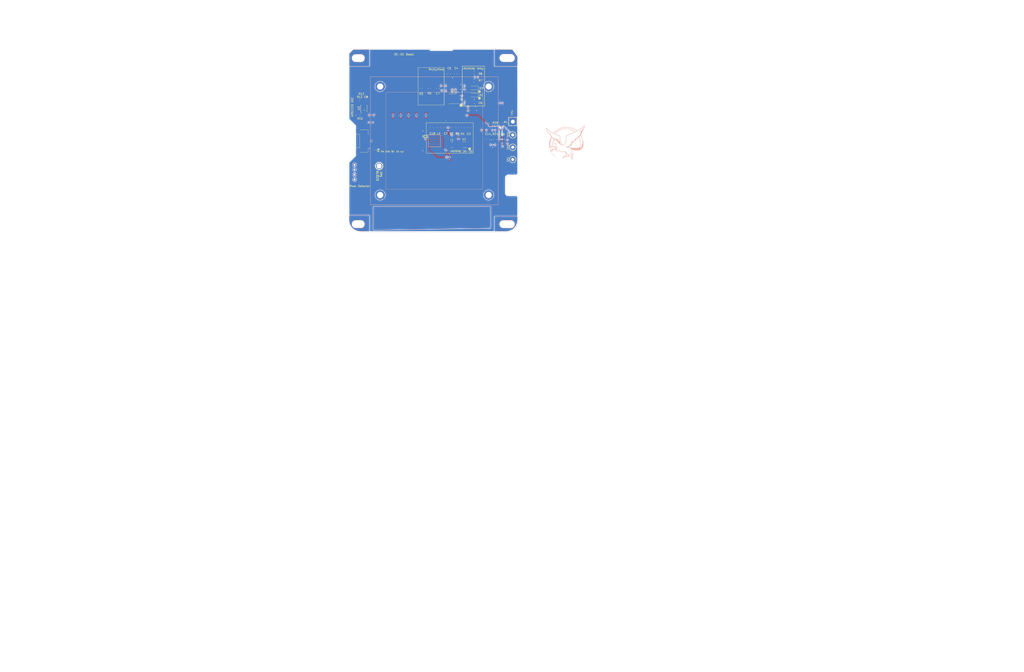
<source format=kicad_pcb>
(kicad_pcb (version 20221018) (generator pcbnew)
  (title_block (title "Cosmic Watch") (date "2022-08-20") (rev "6.1") (company "Bronco Space CubeSat Laboratory") (comment 1 "Inputted components and completed tracing") (comment 2 "Adjustments made to include missing connections") (comment 3 "Made into PC104 Form Factor, adjustments made") (comment 4 "Switched Arduino Nano footprint for Arduino Nano Every") (comment 5 "Increased Nano Every pad size for better connection") (comment 6 "Swapped Nano Every for Pico and included booster for 3.3V pin") (comment 7 "Swapped back to Nano"))
  (layers (0 "F.Cu" signal) (31 "B.Cu" signal) (34 "B.Paste" user) (35 "F.Paste" user) (36 "B.SilkS" user "B.Silkscreen") (37 "F.SilkS" user "F.Silkscreen") (38 "B.Mask" user) (39 "F.Mask" user) (44 "Edge.Cuts" user))
  (net 0 "")
  (net 1 "Net-(R9-Pad2)")
  (net 2 "Net-(C7-Pad2)")
  (net 3 "Net-(R4-Pad2)")
  (net 4 "GND")
  (net 5 "Net-(C7-Pad1)")
  (net 6 "Net-(C1-Pad2)")
  (net 7 "Net-(C1-Pad1)")
  (net 8 "Net-(IC1-PadA1)")
  (net 9 "VDDA")
  (net 10 "Net-(C14-Pad2)")
  (net 11 "VCC")
  (net 12 "Net-(D2-Pad2)")
  (net 13 "Net-(C14-Pad1)")
  (net 14 "Net-(L1-Pad1)")
  (net 15 "+5V")
  (net 16 "Net-(J1-Pad2)")
  (net 17 "Net-(J1-Pad3)")
  (net 18 "Net-(J1-Pad4)")
  (net 19 "Net-(D1-Pad2)")
  (net 20 "Net-(C18-Pad1)")
  (net 21 "Net-(R10-Pad1)")
  (footprint "Capacitor_SMD:C_0805_2012Metric_Pad1.18x1.45mm_HandSolder" (layer "F.Cu") (at 223.818 74.2644 180)
    (fp_text reference "C6")
    (fp_text value "20nF")
  )
  (footprint "Capacitor_SMD:C_0805_2012Metric_Pad1.18x1.45mm_HandSolder" (layer "F.Cu") (at 210.88 59.6 -90)
    (fp_text reference "C5")
    (fp_text value "0.1uF")
  )
  (footprint "Resistor_SMD:R_0805_2012Metric_Pad1.20x1.40mm_HandSolder" (layer "F.Cu") (at 232.216 84.9838 -90)
    (fp_text reference "R20")
    (fp_text value "10k")
  )
  (footprint "Capacitor_SMD:C_0805_2012Metric_Pad1.18x1.45mm_HandSolder" (layer "F.Cu") (at 205.038 67.0375 90)
    (fp_text reference "C7")
    (fp_text value "10pF")
  )
  (footprint "" (layer "F.Cu") (at 175.32 122.08)
    (fp_text reference "")
    (fp_text value "")
  )
  (footprint "Resistor_SMD:R_0603_1608Metric" (layer "F.Cu") (at 164.9 81.2 180)
    (fp_text reference "R10")
    (fp_text value "10K")
  )
  (footprint "Package_TO_SOT_SMD:TSOT-23-6" (layer "F.Cu") (at 218.6775 96.1973 180)
    (fp_text reference "U1")
    (fp_text value "LT3461ES6#TRPBF")
  )
  (footprint "" (layer "F.Cu") (at 162.1 111.545 -90)
    (fp_text reference "")
    (fp_text value "")
  )
  (footprint "Connector_Molex:Molex_Pico-Lock_504050-0591_1x05-1MP_P1.50mm_Horizontal" (layer "F.Cu") (at 166.2 94.2 -90)
    (fp_text reference "J1")
    (fp_text value "Conn_01x05_Female")
  )
  (footprint "TestPoint:TestPoint_THTPad_D3.0mm_Drill1.5mm" (layer "F.Cu") (at 243.7365 97.408 90)
    (fp_text reference "TP2")
    (fp_text value "Test_Point1")
  )
  (footprint "Inductor_SMD:L_1210_3225Metric_Pad1.42x2.65mm_HandSolder" (layer "F.Cu") (at 212.3675 96.1973)
    (fp_text reference "L1")
    (fp_text value "47uH")
  )
  (footprint "Resistor_SMD:R_0805_2012Metric_Pad1.20x1.40mm_HandSolder" (layer "F.Cu") (at 211.896 87.2698 -90)
    (fp_text reference "R2")
    (fp_text value "226k")
  )
  (footprint "Resistor_SMD:R_0805_2012Metric_Pad1.20x1.40mm_HandSolder" (layer "F.Cu") (at 196.402 67 90)
    (fp_text reference "R3")
    (fp_text value "249")
  )
  (footprint "Resistor_SMD:R_0805_2012Metric_Pad1.20x1.40mm_HandSolder" (layer "F.Cu") (at 238.566 93.3658 -90)
    (fp_text reference "R9")
    (fp_text value "0k")
  )
  (footprint "Resistor_SMD:R_0805_2012Metric_Pad1.20x1.40mm_HandSolder" (layer "F.Cu") (at 200.72 67 90)
    (fp_text reference "R5")
    (fp_text value "10k")
  )
  (footprint "Capacitor_SMD:C_0805_2012Metric_Pad1.18x1.45mm_HandSolder" (layer "F.Cu") (at 215.198 87.2858 90)
    (fp_text reference "C1")
    (fp_text value "22pF")
  )
  (footprint "Adafruit TPS61023:MOUNTINGHOLE_2.5_PLATED" (layer "F.Cu") (at 174.8 107.1 -90)
    (fp_text reference "U$9" hide)
    (fp_text value "MOUNTINGHOLE2.5" hide)
  )
  (footprint "Resistor_SMD:R_0805_2012Metric_Pad1.20x1.40mm_HandSolder" (layer "F.Cu") (at 217.992 87.2913 -90)
    (fp_text reference "R1")
    (fp_text value "10k")
  )
  (footprint "TestPoint:TestPoint_THTPad_D3.0mm_Drill1.5mm" (layer "F.Cu") (at 243.7365 91.058 90)
    (fp_text reference "TP3")
    (fp_text value "Test_Point1")
  )
  (footprint "TestPoint:TestPoint_THTPad_4.0x4.0mm_Drill2.0mm" (layer "F.Cu") (at 243.8 84.2 90)
    (fp_text reference "TP4")
    (fp_text value "GND")
  )
  (footprint "Resistor_SMD:R_0603_1608Metric" (layer "F.Cu") (at 173.05 98.95 -90)
    (fp_text reference "R8")
    (fp_text value "10K")
  )
  (footprint "" (layer "F.Cu") (at 162.1 106.465 -90)
    (fp_text reference "")
    (fp_text value "")
  )
  (footprint "" (layer "F.Cu") (at 231.32 122.08)
    (fp_text reference "")
    (fp_text value "")
  )
  (footprint "Capacitor_SMD:C_0603_1608Metric" (layer "F.Cu") (at 168 72.91)
    (fp_text reference "C8")
    (fp_text value "0.1")
  )
  (footprint "Capacitor_SMD:C_0805_2012Metric_Pad1.18x1.45mm_HandSolder" (layer "F.Cu") (at 201.99 87.2858 90)
    (fp_text reference "C18")
    (fp_text value "1uF")
  )
  (footprint "Inductor_SMD:L_0805_2012Metric_Pad1.15x1.40mm_HandSolder" (layer "F.Cu") (at 205.546 87.3198 90)
    (fp_text reference "L2")
    (fp_text value "2.5k Ohms")
  )
  (footprint "Resistor_SMD:R_0805_2012Metric_Pad1.20x1.40mm_HandSolder" (layer "F.Cu") (at 223.818 63.19 180)
    (fp_text reference "R7")
    (fp_text value "100k")
  )
  (footprint "" (layer "F.Cu") (at 175.32 66.08)
    (fp_text reference "")
    (fp_text value "")
  )
  (footprint "Resistor_SMD:R_0805_2012Metric_Pad1.20x1.40mm_HandSolder" (layer "F.Cu") (at 237.804 84.7458 -90)
    (fp_text reference "R4")
    (fp_text value "1k")
  )
  (footprint "Resistor_SMD:R_0805_2012Metric_Pad1.20x1.40mm_HandSolder" (layer "F.Cu") (at 234.756 93.3658 -90)
    (fp_text reference "R24")
    (fp_text value "24.9k")
  )
  (footprint "Resistor_SMD:R_0603_1608Metric" (layer "F.Cu") (at 165.6 71.3)
    (fp_text reference "R12")
    (fp_text value "10K")
  )
  (footprint "TestPoint:TestPoint_THTPad_D3.0mm_Drill1.5mm" (layer "F.Cu") (at 243.7365 103.758 90)
    (fp_text reference "TP1")
    (fp_text value "Test_Point1")
  )
  (footprint "" (layer "F.Cu") (at 231.32 66.08)
    (fp_text reference "")
    (fp_text value "")
  )
  (footprint "Package_SO:SOIC-8_3.9x4.9mm_P1.27mm" (layer "F.Cu") (at 212.723 72.461 180)
    (fp_text reference "U2")
    (fp_text value "LT1807IS8#PBF")
  )
  (footprint "Capacitor_SMD:C_0805_2012Metric_Pad1.18x1.45mm_HandSolder" (layer "F.Cu") (at 208.848 87.3073 90)
    (fp_text reference "C2")
    (fp_text value "0.47pF")
  )
  (footprint "Resistor_SMD:R_0805_2012Metric_Pad1.20x1.40mm_HandSolder" (layer "F.Cu") (at 223.8434 59.1768 180)
    (fp_text reference "R6")
    (fp_text value "100k")
  )
  (footprint "Diode_SMD:D_SOD-123" (layer "F.Cu") (at 223.7164 66.8476 180)
    (fp_text reference "D2")
    (fp_text value "40V 500mA")
  )
  (footprint "Diode_SMD:D_SOD-123" (layer "F.Cu") (at 223.7418 70.5052 180)
    (fp_text reference "D1")
    (fp_text value "40V 500mA")
  )
  (footprint "Capacitor_SMD:C_0805_2012Metric_Pad1.18x1.45mm_HandSolder" (layer "F.Cu") (at 230.946 93.4033 90)
    (fp_text reference "C14")
    (fp_text value "0F")
  )
  (footprint "" (layer "F.Cu") (at 162.1 114.085 -90)
    (fp_text reference "")
    (fp_text value "")
  )
  (footprint "Capacitor_SMD:C_0805_2012Metric_Pad1.18x1.45mm_HandSolder" (layer "F.Cu") (at 221.294 87.3288 -90)
    (fp_text reference "C3")
    (fp_text value "1uF")
  )
  (footprint "Resistor_SMD:R_0603_1608Metric" (layer "F.Cu") (at 164.8 72.9)
    (fp_text reference "R11")
    (fp_text value "10K")
  )
  (footprint "" (layer "F.Cu") (at 162.1 109.005 -90)
    (fp_text reference "")
    (fp_text value "")
  )
  (footprint "Package_SO:TSSOP-10_3x3mm_P0.5mm" (layer "F.Cu") (at 166.92 77.38 90)
    (fp_text reference "U3")
    (fp_text value "ADS1115IDGS")
  )
  (footprint "Capacitor_SMD:C_0805_2012Metric_Pad1.18x1.45mm_HandSolder" (layer "F.Cu") (at 214.4 59.6 -90)
    (fp_text reference "C4")
    (fp_text value "10uF")
  )
  (footprint "SiPM:MICROFJ60035TSVTR1" (layer "B.Cu") (at 203.32 94.08 180)
    (fp_text reference "IC1")
    (fp_text value "MICROFJ-60035-TSV-TR1" hide)
  )
  (footprint "LOGO" (layer "B.Cu") (at 270.91 95.02 180)
    (fp_text reference "G***" hide)
    (fp_text value "LOGO" hide)
  )
  (gr_line (start 231.32 61.08) (end 236.32 61.08) (stroke (width 0.15)) (layer "B.SilkS"))
  (gr_line (start 236.32 61.08) (end 236.32 127.08) (stroke (width 0.15)) (layer "B.SilkS"))
  (gr_line (start 170.32 61.08) (end 231.32 61.08) (stroke (width 0.15)) (layer "B.SilkS"))
  (gr_line (start 236.32 127.08) (end 170.32 127.08) (stroke (width 0.15)) (layer "B.SilkS"))
  (gr_line (start 170.32 127.08) (end 170.32 61.08) (stroke (width 0.15)) (layer "B.SilkS"))
  (gr_circle (center 216.976 75.8773) (end 216.796395 75.8773) (stroke (width 0.5)) (fill none) (layer "F.SilkS"))
  (gr_circle (center 221.5115 98.2293) (end 221.331895 98.2293) (stroke (width 0.5)) (fill none) (layer "F.SilkS"))
  (gr_line (start 229.168 55.5573) (end 217.738 55.5573) (stroke (width 0.2)) (layer "F.SilkS"))
  (gr_line (start 208.34 75.636) (end 194.878 75.636) (stroke (width 0.15)) (layer "F.SilkS"))
  (gr_line (start 223.326 100.5153) (end 223.326 84.7673) (stroke (width 0.15)) (layer "F.SilkS"))
  (gr_line (start 194.878 75.636) (end 194.878 56.2685) (stroke (width 0.15)) (layer "F.SilkS"))
  (gr_line (start 194.878 56.2685) (end 208.34 56.2685) (stroke (width 0.15)) (layer "F.SilkS"))
  (gr_circle (center 226.5485 72.1054) (end 226.368895 72.1054) (stroke (width 0.5)) (fill none) (layer "F.SilkS"))
  (gr_circle (center 226.5485 68.6764) (end 226.368895 68.6764) (stroke (width 0.5)) (fill none) (layer "F.SilkS"))
  (gr_line (start 208.34 75.636) (end 208.34 56.332) (stroke (width 0.2)) (layer "F.SilkS"))
  (gr_line (start 199.180125 84.7673) (end 223.326 84.7673) (stroke (width 0.15)) (layer "F.SilkS"))
  (gr_line (start 223.326 100.5153) (end 199.211875 100.5153) (stroke (width 0.15)) (layer "F.SilkS"))
  (gr_line (start 217.738 55.5573) (end 217.738 76.1313) (stroke (width 0.2)) (layer "F.SilkS"))
  (gr_line (start 229.168 76.1313) (end 229.168 55.5573) (stroke (width 0.2)) (layer "F.SilkS"))
  (gr_line (start 199.180125 84.7673) (end 199.211875 100.5153) (stroke (width 0.15)) (layer "F.SilkS"))
  (gr_line (start 217.738 76.1313) (end 229.168 76.1313) (stroke (width 0.2)) (layer "F.SilkS"))
  (gr_line (start 246.57 134.87) (end 246.57 123.44) (stroke (width 0.15)) (layer "Edge.Cuts"))
  (gr_line (start 246.57 67.56) (end 246.555 50.37) (stroke (width 0.1)) (layer "Edge.Cuts"))
  (gr_line (start 242.78 49.795) (end 238.979975 49.795793) (stroke (width 0.1)) (layer "Edge.Cuts"))
  (gr_line (start 212.915 46.605) (end 238.315 46.605) (stroke (width 0.15)) (layer "Edge.Cuts"))
  (gr_line (start 162.629777 49.870784) (end 165.33 49.845) (stroke (width 0.1)) (layer "Edge.Cuts"))
  (gr_line (start 243.755 46.62) (end 246.555 50.37) (stroke (width 0.1)) (layer "Edge.Cuts"))
  (gr_line (start 201.485 47.24) (end 200.85 46.605) (stroke (width 0.15)) (layer "Edge.Cuts"))
  (gr_line (start 165.29 141.22) (end 214.82 141.22) (stroke (width 0.15)) (layer "Edge.Cuts"))
  (gr_line (start 162.43 86.44) (end 162.43 101.68) (stroke (width 0.1)) (layer "Edge.Cuts"))
  (gr_line (start 200.85 46.605) (end 168.465 46.605) (stroke (width 0.15)) (layer "Edge.Cuts"))
  (gr_line (start 161.218436 46.630523) (end 158.96 48.93) (stroke (width 0.1)) (layer "Edge.Cuts"))
  (gr_line (start 242.750013 135.539604) (end 238.949988 135.540397) (stroke (width 0.1)) (layer "Edge.Cuts"))
  (gr_line (start 245.3 122.17) (end 241.49 122.17) (stroke (width 0.15)) (layer "Edge.Cuts"))
  (gr_line (start 158.94 134.87) (end 158.94 117.98) (stroke (width 0.1)) (layer "Edge.Cuts"))
  (gr_line (start 162.579802 53.019991) (end 165.33 53.045) (stroke (width 0.1)) (layer "Edge.Cuts"))
  (gr_arc (start 245.3 122.17) (mid 246.198026 122.541974) (end 246.57 123.44) (stroke (width 0.15)) (layer "Edge.Cuts"))
  (gr_arc (start 240.22 113.28) (mid 240.591974 112.381974) (end 241.49 112.01) (stroke (width 0.15)) (layer "Edge.Cuts"))
  (gr_line (start 212.28 47.24) (end 201.485 47.24) (stroke (width 0.15)) (layer "Edge.Cuts"))
  (gr_arc (start 162.579802 53.019991) (mid 161.135617 51.422073) (end 162.629777 49.870784) (stroke (width 0.1)) (layer "Edge.Cuts"))
  (gr_line (start 162.599975 135.530793) (end 165.300198 135.505009) (stroke (width 0.1)) (layer "Edge.Cuts"))
  (gr_line (start 240.22 120.9) (end 240.22 113.28) (stroke (width 0.15)) (layer "Edge.Cuts"))
  (gr_line (start 240.22 141.22) (end 214.82 141.22) (stroke (width 0.15)) (layer "Edge.Cuts"))
  (gr_line (start 238.900013 138.689604) (end 242.750013 138.739604) (stroke (width 0.1)) (layer "Edge.Cuts"))
  (gr_line (start 158.94 105.16) (end 158.94 117.98) (stroke (width 0.1)) (layer "Edge.Cuts"))
  (gr_arc (start 241.49 122.17) (mid 240.591974 121.798026) (end 240.22 120.9) (stroke (width 0.15)) (layer "Edge.Cuts"))
  (gr_line (start 241.49 112.01) (end 245.3 112.01) (stroke (width 0.15)) (layer "Edge.Cuts"))
  (gr_line (start 158.96 82.98) (end 162.43 86.44) (stroke (width 0.1)) (layer "Edge.Cuts"))
  (gr_arc (start 165.33 49.845) (mid 166.93 51.445) (end 165.33 53.045) (stroke (width 0.1)) (layer "Edge.Cuts"))
  (gr_arc (start 165.29 141.22) (mid 160.799872 139.360128) (end 158.94 134.87) (stroke (width 0.15)) (layer "Edge.Cuts"))
  (gr_arc (start 162.55 138.68) (mid 161.105815 137.082082) (end 162.599975 135.530793) (stroke (width 0.1)) (layer "Edge.Cuts"))
  (gr_line (start 158.94 105.16) (end 162.43 101.68) (stroke (width 0.1)) (layer "Edge.Cuts"))
  (gr_arc (start 242.78 49.795) (mid 244.38 51.395) (end 242.78 52.995) (stroke (width 0.1)) (layer "Edge.Cuts"))
  (gr_line (start 158.96 48.93) (end 158.96 82.98) (stroke (width 0.1)) (layer "Edge.Cuts"))
  (gr_line (start 162.55 138.68) (end 165.300198 138.705009) (stroke (width 0.1)) (layer "Edge.Cuts"))
  (gr_arc (start 242.750013 135.539604) (mid 244.350013 137.139604) (end 242.750013 138.739604) (stroke (width 0.1)) (layer "Edge.Cuts"))
  (gr_arc (start 246.57 110.74) (mid 246.198026 111.638026) (end 245.3 112.01) (stroke (width 0.15)) (layer "Edge.Cuts"))
  (gr_line (start 165.29 46.605) (end 168.465 46.605) (stroke (width 0.15)) (layer "Edge.Cuts"))
  (gr_arc (start 246.57 134.87) (mid 244.710128 139.360128) (end 240.22 141.22) (stroke (width 0.15)) (layer "Edge.Cuts"))
  (gr_line (start 238.315 46.605) (end 243.755 46.62) (stroke (width 0.1)) (layer "Edge.Cuts"))
  (gr_line (start 238.93 52.945) (end 242.78 52.995) (stroke (width 0.1)) (layer "Edge.Cuts"))
  (gr_line (start 212.28 47.24) (end 212.915 46.605) (stroke (width 0.15)) (layer "Edge.Cuts"))
  (gr_arc (start 238.900013 138.689604) (mid 237.325211 137.089613) (end 238.949988 135.540397) (stroke (width 0.1)) (layer "Edge.Cuts"))
  (gr_line (start 246.57 110.74) (end 246.57 67.56) (stroke (width 0.15)) (layer "Edge.Cuts"))
  (gr_arc (start 238.93 52.945) (mid 237.355198 51.345009) (end 238.979975 49.795793) (stroke (width 0.1)) (layer "Edge.Cuts"))
  (gr_arc (start 165.300198 135.505009) (mid 166.900198 137.105009) (end 165.300198 138.705009) (stroke (width 0.1)) (layer "Edge.Cuts"))
  (gr_line (start 161.218436 46.630523) (end 165.29 46.605) (stroke (width 0.1)) (layer "Edge.Cuts"))
  (gr_text "TPS  \n61023" (at 174.8 112.18 -90) (layer "F.SilkS") (effects (font (size 1.0795 1.0795) (thickness 0.1905))))
  (gr_text "Vin" (at 176.538 99.658) (layer "F.SilkS") (effects (font (size 0.8636 0.8636) (thickness 0.1524))))
  (gr_text "DC-DC Boost" (at 187.62 49.48) (layer "F.SilkS") (effects (font (size 1 1))))
  (gr_text "DC-DC Booster\n" (at 217.23 99.4993 180) (layer "F.SilkS") (effects (font (size 1 1))))
  (gr_text "ADS1115 ADC\n" (at 160.92 76.68 90) (layer "F.SilkS") (effects (font (size 1 1))))
  (gr_text "JP1" (at 185.6312 99.7088 -180) (layer "F.SilkS") (effects (font (size 0.692831 0.692831) (thickness 0.119969)) (justify right)))
  (gr_text "5V" (at 181.872 99.658) (layer "F.SilkS") (effects (font (size 0.8636 0.8636) (thickness 0.1524))))
  (gr_text "Peak Detector\n" (at 223.326 56.84 180) (layer "F.SilkS") (effects (font (size 1 1))))
  (gr_text "GND" (at 179.205 99.658) (layer "F.SilkS") (effects (font (size 0.75565 0.75565) (thickness 0.13335))))
  (gr_text "Peak Detector" (at 164.82 117.48) (layer "F.SilkS") (effects (font (size 1 1))))
  (gr_text "En" (at 184.412 99.658) (layer "F.SilkS") (effects (font (size 0.8636 0.8636) (thickness 0.1524))))
  (gr_text "Amplifying\n" (at 204.276 57.348 180) (layer "F.SilkS") (effects (font (size 1 1))))
  (segment (start 220 81) (end 172.4 81) (width 0.25) (layer "F.Cu") (net 1))
  (segment (start 172.4 81) (end 172.2 80.8) (width 0.25) (layer "F.Cu") (net 1))
  (segment (start 169.566011 80.8) (end 167.865978 80.8) (width 0.25) (layer "F.Cu") (net 1))
  (segment (start 167.865978 80.8) (end 167.42 80.354022) (width 0.25) (layer "F.Cu") (net 1))
  (segment (start 242.3342 94.3658) (end 243.7365 92.9635) (width 0.25) (layer "F.Cu") (net 1))
  (segment (start 167.42 80.354022) (end 167.42 79.53) (width 0.25) (layer "F.Cu") (net 1))
  (segment (start 243.7365 92.9635) (end 243.7365 91.058) (width 0.25) (layer "F.Cu") (net 1))
  (segment (start 238.566 94.3658) (end 242.3342 94.3658) (width 0.25) (layer "F.Cu") (net 1))
  (via (at 172.2 80.8) (size 0.8) (drill 0.4) (layers "F.Cu" "B.Cu") (net 1))
  (via (at 169.566011 80.8) (size 0.8) (drill 0.4) (layers "F.Cu" "B.Cu") (net 1))
  (via (at 220 81) (size 0.8) (drill 0.4) (layers "F.Cu" "B.Cu") (net 1))
  (segment (start 172.2 80.8) (end 169.566011 80.8) (width 0.25) (layer "B.Cu") (net 1))
  (segment (start 239.2785 86.6) (end 231.7 86.6) (width 0.25) (layer "B.Cu") (net 1))
  (segment (start 243.7365 91.058) (end 239.2785 86.6) (width 0.25) (layer "B.Cu") (net 1))
  (segment (start 220.2 80.8) (end 220 81) (width 0.25) (layer "B.Cu") (net 1))
  (segment (start 226 80.8) (end 220.2 80.8) (width 0.25) (layer "B.Cu") (net 1))
  (segment (start 226 80.9) (end 226 80.8) (width 0.25) (layer "B.Cu") (net 1))
  (segment (start 231.7 86.6) (end 226 80.9) (width 0.25) (layer "B.Cu") (net 1))
  (segment (start 236.8 87.8778) (end 236.5778 87.8778) (width 0.25) (layer "F.Cu") (net 2))
  (segment (start 243.7365 95.28668) (end 243.287609 94.837789) (width 0.25) (layer "F.Cu") (net 2))
  (segment (start 229.549 77.7823) (end 217.484 77.7823) (width 0.2) (layer "F.Cu") (net 2))
  (segment (start 217.4195 77.7178) (end 217.484 77.7823) (width 0.2) (layer "F.Cu") (net 2))
  (segment (start 215.198 77.4013) (end 215.579 77.7823) (width 0.2) (layer "F.Cu") (net 2))
  (segment (start 243.7365 97.408) (end 243.7365 95.28668) (width 0.25) (layer "F.Cu") (net 2))
  (segment (start 229.549 77.7823) (end 232.216 80.4493) (width 0.2) (layer "F.Cu") (net 2))
  (segment (start 206.4063 66) (end 206.689 65.7173) (width 0.2) (layer "F.Cu") (net 2))
  (segment (start 243.287609 94.837789) (end 239.962211 94.837789) (width 0.25) (layer "F.Cu") (net 2))
  (segment (start 212.404 69.5273) (end 212.404 68.9568) (width 0.2) (layer "F.Cu") (net 2))
  (segment (start 217.4195 75.2423) (end 217.4195 77.7178) (width 0.2) (layer "F.Cu") (net 2))
  (segment (start 210.5635 65.7173) (end 212.404 67.5578) (width 0.2) (layer "F.Cu") (net 2))
  (segment (start 239.1 95.6) (end 237.3 95.6) (width 0.25) (layer "F.Cu") (net 2))
  (segment (start 239.862211 94.837789) (end 239.1 95.6) (width 0.25) (layer "F.Cu") (net 2))
  (segment (start 205.038 66) (end 200.72 66) (width 0.2) (layer "F.Cu") (net 2))
  (segment (start 210.248 70.556) (end 211.3753 70.556) (width 0.2) (layer "F.Cu") (net 2))
  (segment (start 218.754 67.6223) (end 218.754 73.9078) (width 0.2) (layer "F.Cu") (net 2))
  (segment (start 215.198 74.366) (end 215.198 77.4013) (width 0.2) (layer "F.Cu") (net 2))
  (segment (start 236.8 95.1) (end 236.8 93.3) (width 0.25) (layer "F.Cu") (net 2))
  (segment (start 215.579 77.7823) (end 217.484 77.7823) (width 0.2) (layer "F.Cu") (net 2))
  (segment (start 218.754 73.9078) (end 218.8185 73.9723) (width 0.2) (layer "F.Cu") (net 2))
  (segment (start 209.229 65.7173) (end 210.5635 65.7173) (width 0.2) (layer "F.Cu") (net 2))
  (segment (start 210.5635 65.7173) (end 218.754 65.7173) (width 0.2) (layer "F.Cu") (net 2))
  (segment (start 237.3 95.6) (end 236.8 95.1) (width 0.25) (layer "F.Cu") (net 2))
  (segment (start 232.216 80.4493) (end 232.216 83.9838) (width 0.2) (layer "F.Cu") (net 2))
  (segment (start 211.3753 70.556) (end 212.404 69.5273) (width 0.2) (layer "F.Cu") (net 2))
  (segment (start 232.6838 83.9838) (end 232.216 83.9838) (width 0.25) (layer "F.Cu") (net 2))
  (segment (start 236.5778 87.8778) (end 232.6838 83.9838) (width 0.25) (layer "F.Cu") (net 2))
  (segment (start 205.038 66) (end 206.4063 66) (width 0.2) (layer "F.Cu") (net 2))
  (segment (start 239.962211 94.837789) (end 239.862211 94.837789) (width 0.25) (layer "F.Cu") (net 2))
  (via (at 206.689 65.7173) (size 0.8) (drill 0.4) (layers "F.Cu" "B.Cu") (net 2))
  (via (at 218.754 67.6223) (size 0.8) (drill 0.4) (layers "F.Cu" "B.Cu") (net 2))
  (via (at 212.404 67.5578) (size 0.8) (drill 0.4) (layers "F.Cu" "B.Cu") (net 2))
  (via (at 236.8 93.3) (size 0.8) (drill 0.4) (layers "F.Cu" "B.Cu") (net 2))
  (via (at 217.4195 75.2423) (size 0.8) (drill 0.4) (layers "F.Cu" "B.Cu") (net 2))
  (via (at 209.229 65.7173) (size 0.8) (drill 0.4) (layers "F.Cu" "B.Cu") (net 2))
  (via (at 218.8185 73.9723) (size 0.8) (drill 0.4) (layers "F.Cu" "B.Cu") (net 2))
  (via (at 218.754 65.7173) (size 0.8) (drill 0.4) (layers "F.Cu" "B.Cu") (net 2))
  (via (at 236.8 87.8778) (size 0.8) (drill 0.4) (layers "F.Cu" "B.Cu") (net 2))
  (via (at 212.404 68.9568) (size 0.8) (drill 0.4) (layers "F.Cu" "B.Cu") (net 2))
  (segment (start 218.754 65.7173) (end 218.754 67.6223) (width 0.2) (layer "B.Cu") (net 2))
  (segment (start 236.8 93.3) (end 236.8 91.4) (width 0.25) (layer "B.Cu") (net 2))
  (segment (start 236.8 91.4) (end 236.8 87.8778) (width 0.25) (layer "B.Cu") (net 2))
  (segment (start 212.404 67.5578) (end 212.404 68.9568) (width 0.2) (layer "B.Cu") (net 2))
  (segment (start 218.7286 75.2423) (end 218.8185 75.1524) (width 0.2) (layer "B.Cu") (net 2))
  (segment (start 206.689 65.7173) (end 209.229 65.7173) (width 0.2) (layer "B.Cu") (net 2))
  (segment (start 217.4195 75.2423) (end 218.7286 75.2423) (width 0.2) (layer "B.Cu") (net 2))
  (segment (start 218.8185 75.1524) (end 218.8185 73.9723) (width 0.2) (layer "B.Cu") (net 2))
  (segment (start 218.119 72.0673) (end 218.119 76.03) (width 0.2) (layer "F.Cu") (net 3))
  (segment (start 233.994 78.4173) (end 233.994 83.4973) (width 0.2) (layer "F.Cu") (net 3))
  (segment (start 219.389 77.3) (end 232.8767 77.3) (width 0.2) (layer "F.Cu") (net 3))
  (segment (start 236.2425 85.7458) (end 237.804 85.7458) (width 0.2) (layer "F.Cu") (net 3))
  (segment (start 215.198 71.826) (end 217.8777 71.826) (width 0.2) (layer "F.Cu") (net 3))
  (segment (start 237.804 87.104) (end 238.3 87.6) (width 0.2) (layer "F.Cu") (net 3))
  (segment (start 217.8777 71.826) (end 218.119 72.0673) (width 0.2) (layer "F.Cu") (net 3))
  (segment (start 238.5 98.5215) (end 243.7365 103.758) (width 0.2) (layer "F.Cu") (net 3))
  (segment (start 232.8767 77.3) (end 233.994 78.4173) (width 0.2) (layer "F.Cu") (net 3))
  (segment (start 218.119 76.03) (end 219.389 77.3) (width 0.2) (layer "F.Cu") (net 3))
  (segment (start 238.5 97) (end 238.5 98.5215) (width 0.2) (layer "F.Cu") (net 3))
  (segment (start 233.994 83.4973) (end 236.2425 85.7458) (width 0.2) (layer "F.Cu") (net 3))
  (segment (start 237.804 85.7458) (end 237.804 87.104) (width 0.2) (layer "F.Cu") (net 3))
  (via (at 238.5 97) (size 0.8) (drill 0.4) (layers "F.Cu" "B.Cu") (net 3))
  (via (at 238.3 87.6) (size 0.8) (drill 0.4) (layers "F.Cu" "B.Cu") (net 3))
  (segment (start 238.3 87.6) (end 238.3 96.8) (width 0.2) (layer "B.Cu") (net 3))
  (segment (start 238.3 96.8) (end 238.5 97) (width 0.2) (layer "B.Cu") (net 3))
  (segment (start 208.848 85.1483) (end 209.229 84.7673) (width 0.2) (layer "F.Cu") (net 4))
  (segment (start 230.184 81.5923) (end 230.184 85.4023) (width 0.2) (layer "F.Cu") (net 4))
  (segment (start 218.9445 59.1768) (end 217.484 60.6373) (width 0.2) (layer "F.Cu") (net 4))
  (segment (start 209.229 84.7673) (end 218.754 84.7673) (width 0.2) (layer "F.Cu") (net 4))
  (segment (start 221.294 88.3663) (end 219.6 88.3663) (width 0.2) (layer "F.Cu") (net 4))
  (segment (start 233.994 89.8473) (end 232.724 91.1173) (width 0.2) (layer "F.Cu") (net 4))
  (segment (start 169.115 97.275) (end 169.82 97.98) (width 0.254) (layer "F.Cu") (net 4))
  (segment (start 202.244 84.7673) (end 201.99 85.0213) (width 0.2) (layer "F.Cu") (net 4))
  (segment (start 215.198 70.556) (end 215.198 69.3378) (width 0.25) (layer "F.Cu") (net 4))
  (segment (start 233.4325 94.3658) (end 232.724 93.6573) (width 0.2) (layer "F.Cu") (net 4))
  (segment (start 168.745 72.87) (end 168.745 71.745) (width 0.254) (layer "F.Cu") (net 4))
  (segment (start 215.198 69.3378) (end 215.579 68.9568) (width 0.25) (layer "F.Cu") (net 4))
  (segment (start 201.99 85.0213) (end 201.99 86.2483) (width 0.2) (layer "F.Cu") (net 4))
  (segment (start 209.229 84.7673) (end 202.244 84.7673) (width 0.2) (layer "F.Cu") (net 4))
  (segment (start 209.229 84.7673) (end 209.229 83.929) (width 0.2) (layer "F.Cu") (net 4))
  (segment (start 223.1345 76.4478) (end 224.469 76.4478) (width 0.2) (layer "F.Cu") (net 4))
  (segment (start 222.7805 74.2644) (end 222.7805 76.0938) (width 0.2) (layer "F.Cu") (net 4))
  (segment (start 164.045 81.27) (end 163.19 81.27) (width 0.254) (layer "F.Cu") (net 4))
  (segment (start 212.7842 60.6158) (end 210.9054 60.6158) (width 0.2) (layer "F.Cu") (net 4))
  (segment (start 219.6 85.6133) (end 219.6 88.3663) (width 0.2) (layer "F.Cu") (net 4))
  (segment (start 222.8434 59.1768) (end 218.9445 59.1768) (width 0.2) (layer "F.Cu") (net 4))
  (segment (start 227.5795 80.9573) (end 229.549 80.9573) (width 0.2) (layer "F.Cu") (net 4))
  (segment (start 222.7805 76.0938) (end 223.1345 76.4478) (width 0.2) (layer "F.Cu") (net 4))
  (segment (start 223.199 72.7023) (end 222.7805 73.1208) (width 0.2) (layer "F.Cu") (net 4))
  (segment (start 233.3055 85.9838) (end 233.994 86.6723) (width 0.2) (layer "F.Cu") (net 4))
  (segment (start 214.944 60.6158) (end 212.7842 60.6158) (width 0.2) (layer "F.Cu") (net 4))
  (segment (start 210.88 60.6412) (end 198.4301 60.6412) (width 0.2) (layer "F.Cu") (net 4))
  (segment (start 234.756 94.3658) (end 233.4325 94.3658) (width 0.2) (layer "F.Cu") (net 4))
  (segment (start 168.745 71.745) (end 168.952 71.538) (width 0.254) (layer "F.Cu") (net 4))
  (segment (start 212.7842 60.6158) (end 212.7842 61.5158) (width 0.2) (layer "F.Cu") (net 4))
  (segment (start 229.549 80.9573) (end 230.184 81.5923) (width 0.2) (layer "F.Cu") (net 4))
  (segment (start 223.834 72.7023) (end 223.199 72.7023) (width 0.2) (layer "F.Cu") (net 4))
  (segment (start 233.994 86.6723) (end 233.994 89.8473) (width 0.2) (layer "F.Cu") (net 4))
  (segment (start 166.92 78.68) (end 167.22 78.38) (width 0.254) (layer "F.Cu") (net 4))
  (segment (start 225.104 78.4818) (end 227.5795 80.9573) (width 0.2) (layer "F.Cu") (net 4))
  (segment (start 233.4325 94.3658) (end 233.359 94.4393) (width 0.2) (layer "F.Cu") (net 4))
  (segment (start 217.484 60.6373) (end 217.484 64.3828) (width 0.2) (layer "F.Cu") (net 4))
  (segment (start 216.849 67.5721) (end 216.849 67.903056) (width 0.2) (layer "F.Cu") (net 4))
  (segment (start 208.848 86.2698) (end 208.848 85.1483) (width 0.2) (layer "F.Cu") (net 4))
  (segment (start 216.849 67.903056) (end 217.628872 68.682928) (width 0.2) (layer "F.Cu") (net 4))
  (segment (start 218.754 84.7673) (end 219.6 85.6133) (width 0.2) (layer "F.Cu") (net 4))
  (segment (start 219.6 88.3663) (end 218.067 88.3663) (width 0.2) (layer "F.Cu") (net 4))
  (segment (start 169.115 97.08) (end 169.115 97.275) (width 0.254) (layer "F.Cu") (net 4))
  (segment (start 196.402 62.6693) (end 196.402 66) (width 0.2) (layer "F.Cu") (net 4))
  (segment (start 222.7805 73.1208) (end 222.7805 74.2644) (width 0.2) (layer "F.Cu") (net 4))
  (segment (start 163.19 81.27) (end 162.856 80.936) (width 0.254) (layer "F.Cu") (net 4))
  (segment (start 232.216 85.9838) (end 233.3055 85.9838) (width 0.2) (layer "F.Cu") (net 4))
  (segment (start 219.9875 96.1973) (end 220.7975 96.1973) (width 0.2) (layer "F.Cu") (net 4))
  (segment (start 221.294 95.7008) (end 221.294 88.3663) (width 0.2) (layer "F.Cu") (net 4))
  (segment (start 209.229 83.929) (end 209.2 83.9) (width 0.2) (layer "F.Cu") (net 4))
  (segment (start 220.7975 96.1973) (end 221.294 95.7008) (width 0.2) (layer "F.Cu") (net 4))
  (segment (start 166.92 79.53) (end 166.92 78.68) (width 0.254) (layer "F.Cu") (net 4))
  (segment (start 198.4301 60.6412) (end 196.402 62.6693) (width 0.2) (layer "F.Cu") (net 4))
  (segment (start 230.7655 85.9838) (end 232.216 85.9838) (width 0.2) (layer "F.Cu") (net 4))
  (segment (start 217.484 60.6373) (end 214.9655 60.6373) (width 0.2) (layer "F.Cu") (net 4))
  (segment (start 217.484 64.3828) (end 216.849 65.0178) (width 0.2) (layer "F.Cu") (net 4))
  (segment (start 233.359 94.4393) (end 233.359 97.4673) (width 0.2) (layer "F.Cu") (net 4))
  (segment (start 230.184 85.4023) (end 230.7655 85.9838) (width 0.2) (layer "F.Cu") (net 4))
  (segment (start 212.7842 61.5158) (end 212.7 61.6) (width 0.2) (layer "F.Cu") (net 4))
  (via (at 215.579 68.9568) (size 0.8) (drill 0.4) (layers "F.Cu" "B.Cu") (net 4))
  (via (at 217.628872 68.682928) (size 0.8) (drill 0.4) (layers "F.Cu" "B.Cu") (net 4))
  (via (at 212.7 61.6) (size 0.8) (drill 0.4) (layers "F.Cu" "B.Cu") (net 4))
  (via (at 208.75 99.24) (size 0.8) (drill 0.4) (layers "F.Cu" "B.Cu") (net 4))
  (via (at 225.104 78.4818) (size 0.8) (drill 0.4) (layers "F.Cu" "B.Cu") (net 4))
  (via (at 162.856 80.936) (size 0.8) (drill 0.4) (layers "F.Cu" "B.Cu") (net 4))
  (via (at 209.2 83.9) (size 0.6) (drill 0.3) (layers "F.Cu" "B.Cu") (net 4))
  (via (at 216.849 65.0178) (size 0.8) (drill 0.4) (layers "F.Cu" "B.Cu") (net 4))
  (via (at 167.22 78.38) (size 0.8) (drill 0.4) (layers "F.Cu" "B.Cu") (net 4))
  (via (at 223.834 72.7023) (size 0.8) (drill 0.4) (layers "F.Cu" "B.Cu") (net 4))
  (via (at 169.82 97.98) (size 0.8) (drill 0.4) (layers "F.Cu" "B.Cu") (net 4))
  (via (at 216.849 67.5721) (size 0.8) (drill 0.4) (layers "F.Cu" "B.Cu") (net 4))
  (via (at 232.724 93.6573) (size 0.8) (drill 0.4) (layers "F.Cu" "B.Cu") (net 4))
  (via (at 197.32 99.24) (size 0.8) (drill 0.4) (layers "F.Cu" "B.Cu") (net 4))
  (via (at 168.952 71.538) (size 0.8) (drill 0.4) (layers "F.Cu" "B.Cu") (net 4))
  (via (at 224.4436 76.4) (size 0.8) (drill 0.4) (layers "F.Cu" "B.Cu") (net 4))
  (via (at 232.724 91.1173) (size 0.8) (drill 0.4) (layers "F.Cu" "B.Cu") (net 4))
  (via (at 233.359 97.4673) (size 0.8) (drill 0.4) (layers "F.Cu" "B.Cu") (net 4))
  (via (at 197.32 89.08) (size 0.8) (drill 0.4) (layers "F.Cu" "B.Cu") (net 4))
  (segment (start 224.469 76.4478) (end 225.104 77.0828) (width 0.2) (layer "B.Cu") (net 4))
  (segment (start 217.628872 68.682928) (end 217.355 68.9568) (width 0.2) (layer "B.Cu") (net 4))
  (segment (start 217.355 68.9568) (end 215.579 68.9568) (width 0.2) (layer "B.Cu") (net 4))
  (segment (start 216.849 65.0178) (end 216.849 67.5721) (width 0.2) (layer "B.Cu") (net 4))
  (segment (start 225.104 77.0828) (end 225.104 78.4818) (width 0.2) (layer "B.Cu") (net 4))
  (segment (start 232.724 93.6573) (end 232.724 91.1173) (width 0.2) (layer "B.Cu") (net 4))
  (segment (start 216.214 68.2573) (end 209.229 68.2573) (width 0.2) (layer "F.Cu") (net 5))
  (segment (start 217.0258 73.096) (end 217.4195 72.7023) (width 0.2) (layer "F.Cu") (net 5))
  (segment (start 205.038 68.075) (end 200.795 68.075) (width 0.2) (layer "F.Cu") (net 5))
  (segment (start 217.484 69.5273) (end 217.484 70.7973) (width 0.2) (layer "F.Cu") (net 5))
  (segment (start 216.214 68.2573) (end 217.484 69.5273) (width 0.2) (layer "F.Cu") (net 5))
  (segment (start 205.038 68.075) (end 207.0772 68.075) (width 0.2) (layer "F.Cu") (net 5))
  (segment (start 200.72 68) (end 196.402 68) (width 0.2) (layer "F.Cu") (net 5))
  (segment (start 215.198 73.096) (end 217.0258 73.096) (width 0.2) (layer "F.Cu") (net 5))
  (via (at 209.229 68.2573) (size 0.8) (drill 0.4) (layers "F.Cu" "B.Cu") (net 5))
  (via (at 207.0772 68.075) (size 0.8) (drill 0.4) (layers "F.Cu" "B.Cu") (net 5))
  (via (at 217.484 70.7973) (size 0.8) (drill 0.4) (layers "F.Cu" "B.Cu") (net 5))
  (via (at 217.4195 72.7023) (size 0.8) (drill 0.4) (layers "F.Cu" "B.Cu") (net 5))
  (segment (start 207.2595 68.2573) (end 207.0772 68.075) (width 0.2) (layer "B.Cu") (net 5))
  (segment (start 217.484 70.7973) (end 217.484 72.7023) (width 0.2) (layer "B.Cu") (net 5))
  (segment (start 209.229 68.2573) (end 207.2595 68.2573) (width 0.2) (layer "B.Cu") (net 5))
  (segment (start 217.484 72.7023) (end 217.4195 72.7023) (width 0.2) (layer "B.Cu") (net 5))
  (segment (start 212.404 91.1173) (end 219.2112 91.1173) (width 0.2) (layer "F.Cu") (net 6))
  (segment (start 219.2112 91.1173) (end 219.9875 91.8936) (width 0.2) (layer "F.Cu") (net 6))
  (segment (start 217.992 86.2913) (end 215.241 86.2913) (width 0.2) (layer "F.Cu") (net 6))
  (segment (start 219.9875 91.8936) (end 219.9875 95.2473) (width 0.2) (layer "F.Cu") (net 6))
  (segment (start 210.9015 86.2698) (end 210.372 86.7993) (width 0.2) (layer "F.Cu") (net 6))
  (segment (start 211.896 86.2698) (end 210.9015 86.2698) (width 0.2) (layer "F.Cu") (net 6))
  (segment (start 215.1765 86.2698) (end 211.896 86.2698) (width 0.2) (layer "F.Cu") (net 6))
  (segment (start 210.372 86.7993) (end 210.372 87.2565) (width 0.2) (layer "F.Cu") (net 6))
  (via (at 212.404 91.1173) (size 0.8) (drill 0.4) (layers "F.Cu" "B.Cu") (net 6))
  (via (at 210.372 87.2565) (size 0.8) (drill 0.4) (layers "F.Cu" "B.Cu") (net 6))
  (segment (start 212.404 91.1173) (end 211.3372 91.1173) (width 0.2) (layer "B.Cu") (net 6))
  (segment (start 211.3372 91.1173) (end 210.372 90.1521) (width 0.2) (layer "B.Cu") (net 6))
  (segment (start 210.372 90.1521) (end 210.372 87.2565) (width 0.2) (layer "B.Cu") (net 6))
  (segment (start 208.848 88.3448) (end 205.546 88.3448) (width 0.508) (layer "F.Cu") (net 7))
  (segment (start 211.896 88.2698) (end 208.923 88.2698) (width 0.508) (layer "F.Cu") (net 7))
  (segment (start 215.1472 90.2029) (end 215.1472 88.2725) (width 0.508) (layer "F.Cu") (net 7))
  (segment (start 217.3675 96.1973) (end 216.0616 96.1973) (width 0.508) (layer "F.Cu") (net 7))
  (segment (start 215.1445 88.2698) (end 211.896 88.2698) (width 0.508) (layer "F.Cu") (net 7))
  (segment (start 216.0616 96.1973) (end 215.6552 95.7909) (width 0.508) (layer "F.Cu") (net 7))
  (segment (start 215.6552 95.7909) (end 215.6552 93.2509) (width 0.508) (layer "F.Cu") (net 7))
  (via (at 215.6552 93.2509) (size 0.8) (drill 0.4) (layers "F.Cu" "B.Cu") (net 7))
  (via (at 215.1472 90.2029) (size 0.8) (drill 0.4) (layers "F.Cu" "B.Cu") (net 7))
  (segment (start 215.6552 93.2509) (end 215.6552 90.7109) (width 0.508) (layer "B.Cu") (net 7))
  (segment (start 215.6552 90.7109) (end 215.1472 90.2029) (width 0.508) (layer "B.Cu") (net 7))
  (segment (start 239.074 88.5773) (end 234.6935 88.5773) (width 0.2) (layer "F.Cu") (net 8))
  (segment (start 227.5795 88.5773) (end 227.009 88.5773) (width 0.2) (layer "F.Cu") (net 8))
  (segment (start 233.2945 88.5773) (end 230.2485 88.5773) (width 0.2) (layer "F.Cu") (net 8))
  (segment (start 237.804 83.7458) (end 239.3225 83.7458) (width 0.2) (layer "F.Cu") (net 8))
  (segment (start 209.7527 102.5473) (end 209.7 102.6) (width 0.2) (layer "F.Cu") (net 8))
  (segment (start 239.3225 83.7458) (end 239.709 84.1323) (width 0.2) (layer "F.Cu") (net 8))
  (segment (start 239.709 87.9423) (end 239.074 88.5773) (width 0.2) (layer "F.Cu") (net 8))
  (segment (start 224.469 101.9123) (end 223.834 102.5473) (width 0.2) (layer "F.Cu") (net 8))
  (segment (start 224.469 91.1173) (end 224.469 101.9123) (width 0.2) (layer "F.Cu") (net 8))
  (segment (start 239.709 84.1323) (end 239.709 87.9423) (width 0.2) (layer "F.Cu") (net 8))
  (segment (start 227.009 88.5773) (end 224.469 91.1173) (width 0.2) (layer "F.Cu") (net 8))
  (segment (start 223.834 102.5473) (end 209.7527 102.5473) (width 0.2) (layer "F.Cu") (net 8))
  (via (at 209.7 102.6) (size 0.8) (drill 0.4) (layers "F.Cu" "B.Cu") (net 8))
  (via (at 233.2945 88.5773) (size 0.8) (drill 0.4) (layers "F.Cu" "B.Cu") (net 8))
  (via (at 234.6935 88.5773) (size 0.8) (drill 0.4) (layers "F.Cu" "B.Cu") (net 8))
  (via (at 230.2485 88.5773) (size 0.8) (drill 0.4) (layers "F.Cu" "B.Cu") (net 8))
  (via (at 227.5795 88.5773) (size 0.8) (drill 0.4) (layers "F.Cu" "B.Cu") (net 8))
  (segment (start 205.82 91.58) (end 206.48 91.58) (width 0.25) (layer "B.Cu") (net 8))
  (segment (start 209.7 99.165386) (end 209.7 102.6) (width 0.25) (layer "B.Cu") (net 8))
  (segment (start 204.7473 102.5473) (end 209.6473 102.5473) (width 0.25) (layer "B.Cu") (net 8))
  (segment (start 209.6473 102.5473) (end 209.7 102.6) (width 0.25) (layer "B.Cu") (net 8))
  (segment (start 206.48 91.58) (end 207.959 93.059) (width 0.25) (layer "B.Cu") (net 8))
  (segment (start 233.359 88.5773) (end 233.2945 88.5773) (width 0.2) (layer "B.Cu") (net 8))
  (segment (start 200.82 96.58) (end 200.82 98.62) (width 0.25) (layer "B.Cu") (net 8))
  (segment (start 208.915489 98.515489) (end 209.050103 98.515489) (width 0.25) (layer "B.Cu") (net 8))
  (segment (start 207.959 93.059) (end 207.959 97.559) (width 0.25) (layer "B.Cu") (net 8))
  (segment (start 234.6935 88.5773) (end 233.359 88.5773) (width 0.2) (layer "B.Cu") (net 8))
  (segment (start 230.2485 88.5773) (end 227.5795 88.5773) (width 0.2) (layer "B.Cu") (net 8))
  (segment (start 209.050103 98.515489) (end 209.7 99.165386) (width 0.25) (layer "B.Cu") (net 8))
  (segment (start 200.82 98.62) (end 204.7473 102.5473) (width 0.25) (layer "B.Cu") (net 8))
  (segment (start 207.959 97.559) (end 208.915489 98.515489) (width 0.25) (layer "B.Cu") (net 8))
  (segment (start 234.756 92.3658) (end 230.946 92.3658) (width 0.2) (layer "F.Cu") (net 10))
  (segment (start 238.566 92.3658) (end 234.756 92.3658) (width 0.2) (layer "F.Cu") (net 10))
  (segment (start 167 70) (end 168 71) (width 0.25) (layer "F.Cu") (net 11))
  (segment (start 164.775 71.3) (end 164.775 71.225) (width 0.25) (layer "F.Cu") (net 11))
  (segment (start 169.566011 90.633989) (end 169.566011 84.68) (width 0.254) (layer "F.Cu") (net 11))
  (segment (start 171.472531 84.68) (end 171.472531 79.349783) (width 0.254) (layer "F.Cu") (net 11))
  (segment (start 166.92 76.205223) (end 166.92 75.23) (width 0.254) (layer "F.Cu") (net 11))
  (segment (start 163.875 72.19) (end 163.875 72.86) (width 0.254) (layer "F.Cu") (net 11))
  (segment (start 166 70) (end 167 70) (width 0.25) (layer "F.Cu") (net 11))
  (segment (start 171.8 99.1) (end 167.89 99.1) (width 0.254) (layer "F.Cu") (net 11))
  (segment (start 164.245 73.23) (end 163.875 72.86) (width 0.254) (layer "F.Cu") (net 11))
  (segment (start 167.195 73.755) (end 167.195 72.87) (width 0.25) (layer "F.Cu") (net 11))
  (segment (start 171.8 96.2) (end 171.8 99.1) (width 0.254) (layer "F.Cu") (net 11))
  (segment (start 162.1 104.89) (end 162.1 106.465) (width 0.254) (layer "F.Cu") (net 11))
  (segment (start 168 72.135) (end 167.225 72.91) (width 0.25) (layer "F.Cu") (net 11))
  (segment (start 172.39 95.61) (end 173.05 96.27) (width 0.254) (layer "F.Cu") (net 11))
  (segment (start 164.775 71.225) (end 166 70) (width 0.25) (layer "F.Cu") (net 11))
  (segment (start 173.05 98.125) (end 173.05 96.27) (width 0.25) (layer "F.Cu") (net 11))
  (segment (start 169.12 91.08) (end 169.566011 90.633989) (width 0.254) (layer "F.Cu") (net 11))
  (segment (start 167.390613 76.675836) (end 166.92 76.205223) (width 0.254) (layer "F.Cu") (net 11))
  (segment (start 167.89 99.1) (end 162.1 104.89) (width 0.254) (layer "F.Cu") (net 11))
  (segment (start 171.472531 94.692531) (end 172.39 95.61) (width 0.254) (layer "F.Cu") (net 11))
  (segment (start 171.472531 84.68) (end 171.472531 94.692531) (width 0.254) (layer "F.Cu") (net 11))
  (segment (start 172.39 95.61) (end 171.8 96.2) (width 0.254) (layer "F.Cu") (net 11))
  (segment (start 168.798584 76.675836) (end 167.390613 76.675836) (width 0.254) (layer "F.Cu") (net 11))
  (segment (start 171.472531 79.349783) (end 168.798584 76.675836) (width 0.254) (layer "F.Cu") (net 11))
  (segment (start 166.92 75.23) (end 166.92 74.03) (width 0.25) (layer "F.Cu") (net 11))
  (segment (start 164.725 71.34) (end 163.875 72.19) (width 0.254) (layer "F.Cu") (net 11))
  (segment (start 168 71) (end 168 72.135) (width 0.25) (layer "F.Cu") (net 11))
  (segment (start 166.92 74.03) (end 167.195 73.755) (width 0.25) (layer "F.Cu") (net 11))
  (via (at 169.566011 84.68) (size 0.8) (drill 0.4) (layers "F.Cu" "B.Cu") (net 11))
  (via (at 171.472531 84.68) (size 0.8) (drill 0.4) (layers "F.Cu" "B.Cu") (net 11))
  (segment (start 169.566011 84.68) (end 171.472531 84.68) (width 0.254) (layer "B.Cu") (net 11))
  (segment (start 215.0192 66.8476) (end 214.309 67.5578) (width 0.25) (layer "F.Cu") (net 12))
  (segment (start 214.309 69.5273) (end 212.0103 71.826) (width 0.25) (layer "F.Cu") (net 12))
  (segment (start 214.309 68.9568) (end 214.309 69.5273) (width 0.25) (layer "F.Cu") (net 12))
  (segment (start 222.0664 66.8476) (end 215.0192 66.8476) (width 0.25) (layer "F.Cu") (net 12))
  (segment (start 224.818 64.7333) (end 224.469 65.0823) (width 0.25) (layer "F.Cu") (net 12))
  (segment (start 224.8434 59.1768) (end 224.8434 63.1646) (width 0.2) (layer "F.Cu") (net 12))
  (segment (start 222.564 65.0823) (end 222.0664 65.5799) (width 0.25) (layer "F.Cu") (net 12))
  (segment (start 224.469 65.0823) (end 222.564 65.0823) (width 0.25) (layer "F.Cu") (net 12))
  (segment (start 222.0664 65.5799) (end 222.0664 66.8476) (width 0.25) (layer "F.Cu") (net 12))
  (segment (start 212.0103 71.826) (end 210.248 71.826) (width 0.25) (layer "F.Cu") (net 12))
  (segment (start 224.818 63.19) (end 224.818 64.7333) (width 0.25) (layer "F.Cu") (net 12))
  (via (at 214.309 68.9568) (size 0.8) (drill 0.4) (layers "F.Cu" "B.Cu") (net 12))
  (via (at 214.309 67.5578) (size 0.8) (drill 0.4) (layers "F.Cu" "B.Cu") (net 12))
  (segment (start 214.309 67.5578) (end 214.309 68.9568) (width 0.25) (layer "B.Cu") (net 12))
  (segment (start 222.818 61.6533) (end 222.818 63.19) (width 0.2) (layer "F.Cu") (net 13))
  (segment (start 223.199 61.2723) (end 222.818 61.6533) (width 0.2) (layer "F.Cu") (net 13))
  (segment (start 224.1439 61.2723) (end 223.199 61.2723) (width 0.2) (layer "F.Cu") (net 13))
  (segment (start 234.6544 96.1973) (end 240.344 96.1973) (width 0.25) (layer "F.Cu") (net 13))
  (segment (start 226.9582 61.2723) (end 227.009 61.3231) (width 0.2) (layer "F.Cu") (net 13))
  (segment (start 224.8555 74.2644) (end 224.8555 72.3158) (width 0.2) (layer "F.Cu") (net 13))
  (segment (start 240.979 76.5123) (end 239.074 74.6073) (width 0.2) (layer "F.Cu") (net 13))
  (segment (start 227.009 70.1623) (end 227.009 61.3231) (width 0.2) (layer "F.Cu") (net 13))
  (segment (start 237.1045 74.6073) (end 227.009 74.6073) (width 0.2) (layer "F.Cu") (net 13))
  (segment (start 225.3918 71.7795) (end 224.8555 72.3158) (width 0.2) (layer "F.Cu") (net 13))
  (segment (start 240.979 93.5928) (end 240.979 76.5123) (width 0.2) (layer "F.Cu") (net 13))
  (segment (start 226.6661 74.2644) (end 227.009 74.6073) (width 0.2) (layer "F.Cu") (net 13))
  (segment (start 225.3918 71.7795) (end 225.3918 70.5052) (width 0.2) (layer "F.Cu") (net 13))
  (segment (start 230.819 94.5678) (end 230.819 95.5623) (width 0.2) (layer "F.Cu") (net 13))
  (segment (start 240.344 96.1973) (end 240.979 95.5623) (width 0.2) (layer "F.Cu") (net 13))
  (segment (start 225.739 61.2723) (end 226.9582 61.2723) (width 0.2) (layer "F.Cu") (net 13))
  (segment (start 224.8555 74.2644) (end 226.6661 74.2644) (width 0.2) (layer "F.Cu") (net 13))
  (segment (start 231.454 96.1973) (end 232.2668 96.1973) (width 0.25) (layer "F.Cu") (net 13))
  (segment (start 230.819 95.5623) (end 231.454 96.1973) (width 0.2) (layer "F.Cu") (net 13))
  (segment (start 225.3918 70.5052) (end 226.6661 70.5052) (width 0.2) (layer "F.Cu") (net 13))
  (segment (start 226.6661 70.5052) (end 227.009 70.1623) (width 0.2) (layer "F.Cu") (net 13))
  (segment (start 239.074 74.6073) (end 238.5035 74.6073) (width 0.2) (layer "F.Cu") (net 13))
  (via (at 240.979 93.5928) (size 0.8) (drill 0.4) (layers "F.Cu" "B.Cu") (net 13))
  (via (at 237.1045 74.6073) (size 0.8) (drill 0.4) (layers "F.Cu" "B.Cu") (net 13))
  (via (at 225.739 61.2723) (size 0.8) (drill 0.4) (layers "F.Cu" "B.Cu") (net 13))
  (via (at 240.979 95.5623) (size 0.8) (drill 0.4) (layers "F.Cu" "B.Cu") (net 13))
  (via (at 234.6544 96.1973) (size 0.8) (drill 0.4) (layers "F.Cu" "B.Cu") (net 13))
  (via (at 238.5035 74.6073) (size 0.8) (drill 0.4) (layers "F.Cu" "B.Cu") (net 13))
  (via (at 232.2668 96.1973) (size 0.8) (drill 0.4) (layers "F.Cu" "B.Cu") (net 13))
  (via (at 224.1439 61.2723) (size 0.8) (drill 0.4) (layers "F.Cu" "B.Cu") (net 13))
  (segment (start 238.5035 74.6073) (end 237.1045 74.6073) (width 0.2) (layer "B.Cu") (net 13))
  (segment (start 224.469 61.2723) (end 224.1439 61.2723) (width 0.2) (layer "B.Cu") (net 13))
  (segment (start 240.979 95.5623) (end 240.979 93.5928) (width 0.2) (layer "B.Cu") (net 13))
  (segment (start 232.2668 96.1973) (end 234.6544 96.1973) (width 0.25) (layer "B.Cu") (net 13))
  (segment (start 225.739 61.2723) (end 224.469 61.2723) (width 0.2) (layer "B.Cu") (net 13))
  (segment (start 220.659 98.7373) (end 209.864 98.7373) (width 0.2) (layer "F.Cu") (net 14))
  (segment (start 209.229 96.8323) (end 209.864 96.1973) (width 0.2) (layer "F.Cu") (net 14))
  (segment (start 209.864 96.1973) (end 210.88 96.1973) (width 0.2) (layer "F.Cu") (net 14))
  (segment (start 221.294 98.1023) (end 220.659 98.7373) (width 0.2) (layer "F.Cu") (net 14))
  (segment (start 219.9875 97.1473) (end 220.974 97.1473) (width 0.2) (layer "F.Cu") (net 14))
  (segment (start 221.294 97.4673) (end 221.294 98.1023) (width 0.2) (layer "F.Cu") (net 14))
  (segment (start 220.974 97.1473) (end 221.294 97.4673) (width 0.2) (layer "F.Cu") (net 14))
  (segment (start 209.864 98.7373) (end 209.229 98.1023) (width 0.2) (layer "F.Cu") (net 14))
  (segment (start 209.229 98.1023) (end 209.229 96.8323) (width 0.2) (layer "F.Cu") (net 14))
  (segment (start 162.1 111.545) (end 175.555 111.545) (width 0.508) (layer "F.Cu") (net 15))
  (segment (start 175.555 111.545) (end 182.3 104.8) (width 0.508) (layer "F.Cu") (net 15))
  (via (at 190 80) (size 0.8) (drill 0.4) (layers "F.Cu" "B.Cu") (net 15))
  (via (at 190 82) (size 0.8) (drill 0.4) (layers "F.Cu" "B.Cu") (net 15))
  (via (at 182 80) (size 0.8) (drill 0.4) (layers "F.Cu" "B.Cu") (net 15))
  (via (at 211.0324 103.8628) (size 0.8) (drill 0.4) (layers "F.Cu" "B.Cu") (net 15))
  (via (at 194 82) (size 0.8) (drill 0.4) (layers "F.Cu" "B.Cu") (net 15))
  (via (at 199 82) (size 0.8) (drill 0.4) (layers "F.Cu" "B.Cu") (net 15))
  (via (at 186 82) (size 0.8) (drill 0.4) (layers "F.Cu" "B.Cu") (net 15))
  (via (at 186 80) (size 0.8) (drill 0.4) (layers "F.Cu" "B.Cu") (net 15))
  (via (at 182 82) (size 0.8) (drill 0.4) (layers "F.Cu" "B.Cu") (net 15))
  (via (at 199 80) (size 0.8) (drill 0.4) (layers "F.Cu" "B.Cu") (net 15))
  (via (at 211.0832 100.8709) (size 0.8) (drill 0.4) (layers "F.Cu" "B.Cu") (net 15))
  (via (at 194 80) (size 0.8) (drill 0.4) (layers "F.Cu" "B.Cu") (net 15))
  (segment (start 211.0324 100.9217) (end 211.0832 100.8709) (width 0.508) (layer "B.Cu") (net 15))
  (segment (start 194 82) (end 194 80) (width 0.508) (layer "B.Cu") (net 15))
  (segment (start 211.0324 103.8628) (end 211.0324 100.9217) (width 0.508) (layer "B.Cu") (net 15))
  (segment (start 182 82) (end 182 80) (width 0.508) (layer "B.Cu") (net 15))
  (segment (start 186 82) (end 186 80) (width 0.508) (layer "B.Cu") (net 15))
  (segment (start 190 82) (end 190 80) (width 0.508) (layer "B.Cu") (net 15))
  (segment (start 199 82) (end 199 80) (width 0.508) (layer "B.Cu") (net 15))
  (segment (start 160.886 112.871) (end 162.1 114.085) (width 0.25) (layer "F.Cu") (net 16))
  (segment (start 167.14 98.308173) (end 160.886 104.562173) (width 0.25) (layer "F.Cu") (net 16))
  (segment (start 168.995 92.7) (end 167.14 94.555) (width 0.25) (layer "F.Cu") (net 16))
  (segment (start 160.886 104.562173) (end 160.886 112.871) (width 0.25) (layer "F.Cu") (net 16))
  (segment (start 167.14 94.555) (end 167.14 98.308173) (width 0.25) (layer "F.Cu") (net 16))
  (segment (start 166.919068 77.653489) (end 165.92 76.654421) (width 0.254) (layer "F.Cu") (net 17))
  (segment (start 169.115 94.08) (end 170.292511 92.902489) (width 0.254) (layer "F.Cu") (net 17))
  (segment (start 170.292511 79.452511) (end 168.493489 77.653489) (width 0.254) (layer "F.Cu") (net 17))
  (segment (start 170.292511 92.902489) (end 170.292511 79.452511) (width 0.254) (layer "F.Cu") (net 17))
  (segment (start 168.493489 77.653489) (end 166.919068 77.653489) (width 0.254) (layer "F.Cu") (net 17))
  (segment (start 165.92 76.654421) (end 165.92 75.23) (width 0.254) (layer "F.Cu") (net 17))
  (segment (start 165.525 73.995) (end 165.92 74.39) (width 0.25) (layer "F.Cu") (net 17))
  (segment (start 165.525 72.86) (end 165.525 73.995) (width 0.25) (layer "F.Cu") (net 17))
  (segment (start 165.92 74.39) (end 165.92 75.23) (width 0.25) (layer "F.Cu") (net 17))
  (segment (start 169.115 95.58) (end 170.746031 93.948969) (width 0.254) (layer "F.Cu") (net 18))
  (segment (start 168.661374 77.18) (end 168.641405 77.199969) (width 0.254) (layer "F.Cu") (net 18))
  (segment (start 170.746031 79.264657) (end 168.661374 77.18) (width 0.254) (layer "F.Cu") (net 18))
  (segment (start 166.42 75.23) (end 166.42 71.385) (width 0.25) (layer "F.Cu") (net 18))
  (segment (start 166.42 76.513047) (end 166.42 75.23) (width 0.254) (layer "F.Cu") (net 18))
  (segment (start 170.746031 93.948969) (end 170.746031 79.264657) (width 0.254) (layer "F.Cu") (net 18))
  (segment (start 168.641405 77.199969) (end 167.106922 77.199969) (width 0.254) (layer "F.Cu") (net 18))
  (segment (start 167.106922 77.199969) (end 166.42 76.513047) (width 0.254) (layer "F.Cu") (net 18))
  (segment (start 225.3664 66.8476) (end 225.3664 67.9949) (width 0.2) (layer "F.Cu") (net 19))
  (segment (start 220.659 78.4818) (end 215.0085 78.4818) (width 0.2) (layer "F.Cu") (net 19))
  (segment (start 215.0085 78.4818) (end 212.404 75.8773) (width 0.2) (layer "F.Cu") (net 19))
  (segment (start 225.3664 67.9949) (end 225.1685 68.1928) (width 0.2) (layer "F.Cu") (net 19))
  (segment (start 220.659 70.5687) (end 220.7225 70.5052) (width 0.2) (layer "F.Cu") (net 19))
  (segment (start 220.3669 70.5052) (end 220.7225 70.5052) (width 0.2) (layer "F.Cu") (net 19))
  (segment (start 212.404 75.8773) (end 212.404 73.3373) (width 0.2) (layer "F.Cu") (net 19))
  (segment (start 212.404 73.3373) (end 212.1627 73.096) (width 0.2) (layer "F.Cu") (net 19))
  (segment (start 220.733268 68.1928) (end 219.851762 69.074306) (width 0.2) (layer "F.Cu") (net 19))
  (segment (start 220.7225 70.5052) (end 222.0918 70.5052) (width 0.2) (layer "F.Cu") (net 19))
  (segment (start 225.1685 68.1928) (end 220.733268 68.1928) (width 0.2) (layer "F.Cu") (net 19))
  (segment (start 219.851762 69.074306) (end 219.851762 69.990062) (width 0.2) (layer "F.Cu") (net 19))
  (segment (start 219.851762 69.990062) (end 220.3669 70.5052) (width 0.2) (layer "F.Cu") (net 19))
  (segment (start 212.1627 73.096) (end 210.248 73.096) (width 0.2) (layer "F.Cu") (net 19))
  (segment (start 220.659 76.4478) (end 220.659 70.5687) (width 0.2) (layer "F.Cu") (net 19))
  (via (at 220.659 78.4818) (size 0.8) (drill 0.4) (layers "F.Cu" "B.Cu") (net 19))
  (via (at 220.659 76.4478) (size 0.8) (drill 0.4) (layers "F.Cu" "B.Cu") (net 19))
  (segment (start 220.659 76.4478) (end 220.659 78.4173) (width 0.2) (layer "B.Cu") (net 19))
  (segment (start 220.659 78.4173) (end 220.659 78.4818) (width 0.2) (layer "B.Cu") (net 19))
  (segment (start 203.8915 86.2948) (end 203.514 86.6723) (width 0.508) (layer "F.Cu") (net 20))
  (segment (start 201.99 88.3233) (end 203.4808 88.3233) (width 0.508) (layer "F.Cu") (net 20))
  (segment (start 205.546 86.2948) (end 203.8915 86.2948) (width 0.508) (layer "F.Cu") (net 20))
  (segment (start 202.82 90.46) (end 199.13 90.46) (width 0.508) (layer "F.Cu") (net 20))
  (segment (start 199.13 90.46) (end 198.46 91.13) (width 0.508) (layer "F.Cu") (net 20))
  (segment (start 198.46 91.13) (end 198.46 93.11) (width 0.508) (layer "F.Cu") (net 20))
  (segment (start 203.514 89.766) (end 202.82 90.46) (width 0.508) (layer "F.Cu") (net 20))
  (segment (start 203.4808 88.3233) (end 203.514 88.3565) (width 0.25) (layer "F.Cu") (net 20))
  (segment (start 203.514 86.6723) (end 203.514 89.766) (width 0.508) (layer "F.Cu") (net 20))
  (via (at 198.46 93.11) (size 0.8) (drill 0.4) (layers "F.Cu" "B.Cu") (net 20))
  (segment (start 200.82 94.58) (end 200.82 93.58) (width 0.25) (layer "B.Cu") (net 20))
  (segment (start 198.93 93.58) (end 198.46 93.11) (width 0.25) (layer "B.Cu") (net 20))
  (segment (start 200.82 93.58) (end 198.93 93.58) (width 0.25) (layer "B.Cu") (net 20))
  (segment (start 165.92 79.53) (end 165.92 81.045) (width 0.25) (layer "F.Cu") (net 21))
  (zone (net 15) (net_name "+5V") (layer "F.Cu") (connect_pads (clearance 0.508)) (min_thickness 0.254) (fill yes (thermal_gap 0.508) (thermal_bridge_width 0.508))
    (polygon (pts (xy 237 106) (xy 180 106) (xy 180 57) (xy 237 57)))
  )
  (zone (net 0) (net_name "") (layers "F&B.Cu") (name "Bare Copper") (priority 1) (connect_pads (clearance 0.2)) (min_thickness 0.254) (fill yes (thermal_gap 0.508) (thermal_bridge_width 0.508))
    (polygon (pts (xy 247.32 141.58) (xy 234.32 141.58) (xy 234.32 133.08) (xy 247.32 133.08)))
  )
  (zone (net 0) (net_name "") (layers "F&B.Cu") (name "Bare Copper") (priority 1) (connect_pads (clearance 0.2)) (min_thickness 0.254) (fill yes (thermal_gap 0.508) (thermal_bridge_width 0.508))
    (polygon (pts (xy 169.82 141.08) (xy 156.82 141.08) (xy 156.82 132.58) (xy 169.82 132.58)))
  )
  (zone (net 0) (net_name "") (layers "F&B.Cu") (name "Bare Copper") (priority 1) (connect_pads (clearance 0.2)) (min_thickness 0.254) (fill yes (thermal_gap 0.508) (thermal_bridge_width 0.508))
    (polygon (pts (xy 169.82 55.58) (xy 156.82 55.58) (xy 156.82 47.08) (xy 169.82 47.08)))
  )
  (zone (net 0) (net_name "") (layers "F&B.Cu") (name "Bare Copper") (priority 1) (connect_pads (clearance 0.2)) (min_thickness 0.254) (fill yes (thermal_gap 0.508) (thermal_bridge_width 0.508))
    (polygon (pts (xy 232.32 139.08) (xy 171.82 140.08) (xy 171.82 128.08) (xy 232.32 128.08)))
  )
  (zone (net 0) (net_name "") (layers "F&B.Cu") (name "Bare Copper") (priority 1) (connect_pads (clearance 0.2)) (min_thickness 0.254) (fill yes (thermal_gap 0.508) (thermal_bridge_width 0.508))
    (polygon (pts (xy 247.32 55.58) (xy 234.32 55.58) (xy 234.32 47.08) (xy 247.32 47.08)))
  )
  (zone (net 4) (net_name "GND") (layer "B.Cu") (connect_pads (clearance 0.254)) (min_thickness 0.254) (fill yes (thermal_gap 0.254) (thermal_bridge_width 0.254))
    (polygon (pts (xy 251.08 144.86) (xy 157.1 144.86) (xy 157.1 43.26) (xy 251.08 43.26)))
  )
  (zone (net 4) (net_name "GND") (layer "B.Cu") (connect_pads (clearance 0.2)) (min_thickness 0.2) (fill yes (thermal_gap 0.3) (thermal_bridge_width 0.2))
    (polygon (pts (xy 196.05 100.51) (xy 210.02 100.51) (xy 210.02 87.81) (xy 196.05 87.81)))
  )
)
</source>
